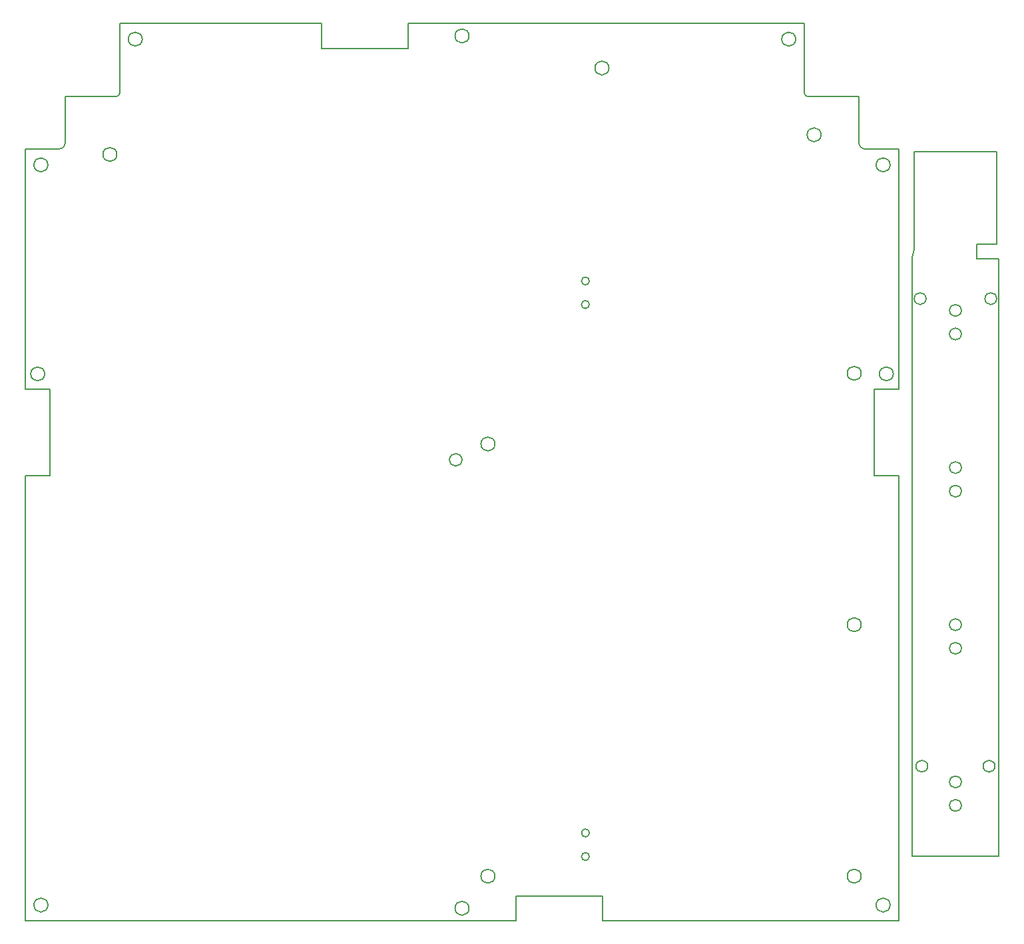
<source format=gbr>
G04 #@! TF.GenerationSoftware,KiCad,Pcbnew,(5.1.2)-2*
G04 #@! TF.CreationDate,2019-07-18T11:18:45-04:00*
G04 #@! TF.ProjectId,Burt,42757274-2e6b-4696-9361-645f70636258,rev?*
G04 #@! TF.SameCoordinates,Original*
G04 #@! TF.FileFunction,Profile,NP*
%FSLAX46Y46*%
G04 Gerber Fmt 4.6, Leading zero omitted, Abs format (unit mm)*
G04 Created by KiCad (PCBNEW (5.1.2)-2) date 2019-07-18 11:18:45*
%MOMM*%
%LPD*%
G04 APERTURE LIST*
%ADD10C,0.200000*%
G04 APERTURE END LIST*
D10*
X65449999Y35138726D02*
X68249999Y35138726D01*
X68249999Y-40925000D02*
X68249999Y35138726D01*
X57250000Y-40925000D02*
X68249999Y-40925000D01*
X57250001Y35338726D02*
X57250000Y-40925000D01*
X57526816Y36371815D02*
X57250001Y35338726D01*
X57526816Y36371815D02*
X57526816Y48798184D01*
X57526816Y48798184D02*
X67973184Y48798184D01*
X67973184Y48798184D02*
X67973184Y37038726D01*
X67973184Y37038726D02*
X65449999Y37038726D01*
X65449999Y37038726D02*
X65449999Y35138726D01*
X63500000Y-34425000D02*
G75*
G03X63500000Y-34425000I-750000J0D01*
G01*
X63500000Y-14425000D02*
G75*
G03X63500000Y-14425000I-750000J0D01*
G01*
X63500000Y5574999D02*
G75*
G03X63500000Y5574999I-750000J0D01*
G01*
X63500000Y25575000D02*
G75*
G03X63500000Y25575000I-750000J0D01*
G01*
X63500001Y-31424999D02*
G75*
G03X63500001Y-31424999I-750000J0D01*
G01*
X63500000Y-11425000D02*
G75*
G03X63500000Y-11425000I-750000J0D01*
G01*
X63500000Y8574999D02*
G75*
G03X63500000Y8574999I-750000J0D01*
G01*
X63500000Y28575000D02*
G75*
G03X63500000Y28575000I-750000J0D01*
G01*
X59227074Y-29425000D02*
G75*
G03X59227074Y-29425000I-750000J0D01*
G01*
X59008180Y30074999D02*
G75*
G03X59008180Y30074999I-750000J0D01*
G01*
X67991820Y30074999D02*
G75*
G03X67991820Y30074999I-750000J0D01*
G01*
X67772926Y-29425000D02*
G75*
G03X67772926Y-29425000I-750000J0D01*
G01*
X16193750Y-40925000D02*
G75*
G03X16193750Y-40925000I-500000J0D01*
G01*
X16193750Y-37924999D02*
G75*
G03X16193750Y-37924999I-500000J0D01*
G01*
X16193750Y29325000D02*
G75*
G03X16193750Y29325000I-500000J0D01*
G01*
X16193750Y32325000D02*
G75*
G03X16193750Y32325000I-500000J0D01*
G01*
X50764000Y20575000D02*
G75*
G03X50764000Y20575000I-889000J0D01*
G01*
X54851500Y20500000D02*
G75*
G03X54851500Y20500000I-889000J0D01*
G01*
X4182750Y11575000D02*
G75*
G03X4182750Y11575000I-889000J0D01*
G01*
X0Y9564731D02*
G75*
G03X0Y9564731I-793749J0D01*
G01*
X4182750Y-43425000D02*
G75*
G03X4182750Y-43425000I-889000J0D01*
G01*
X-53073499Y20500000D02*
G75*
G03X-53073499Y20500000I-889001J0D01*
G01*
X-52660999Y47100000D02*
G75*
G03X-52660999Y47100000I-889001J0D01*
G01*
X-43886000Y48425000D02*
G75*
G03X-43886000Y48425000I-889000J0D01*
G01*
X54439000Y47100000D02*
G75*
G03X54439000Y47100000I-889000J0D01*
G01*
X45664000Y50925000D02*
G75*
G03X45664000Y50925000I-889000J0D01*
G01*
X42439000Y63100000D02*
G75*
G03X42439000Y63100000I-889000J0D01*
G01*
X18682750Y59425000D02*
G75*
G03X18682750Y59425000I-889000J0D01*
G01*
X889000Y63512500D02*
G75*
G03X889000Y63512500I-889000J0D01*
G01*
X-40660999Y63100000D02*
G75*
G03X-40660999Y63100000I-889001J0D01*
G01*
X50764000Y-11425000D02*
G75*
G03X50764000Y-11425000I-889000J0D01*
G01*
X50764000Y-43425000D02*
G75*
G03X50764000Y-43425000I-889000J0D01*
G01*
X54439000Y-47100000D02*
G75*
G03X54439000Y-47100000I-889000J0D01*
G01*
X888999Y-47512500D02*
G75*
G03X888999Y-47512500I-888999J0D01*
G01*
X-52660999Y-47100000D02*
G75*
G03X-52660999Y-47100000I-889001J0D01*
G01*
X-17881250Y65100000D02*
X-17881250Y61925000D01*
X-17881250Y65100000D02*
X-43550000Y65100000D01*
X-43550000Y56203125D02*
X-43550000Y65100000D01*
X-43550001Y56203124D02*
G75*
G02X-43946875Y55806250I-396874J0D01*
G01*
X-50450000Y55806250D02*
X-43946875Y55806250D01*
X-50450000Y49893750D02*
X-50450000Y55806250D01*
X-50450000Y49893749D02*
G75*
G02X-51243750Y49099999I-793750J0D01*
G01*
X-55550000Y49100000D02*
X-51243750Y49100000D01*
X-55550000Y49100000D02*
X-55550000Y18575000D01*
X-52375000Y18575000D02*
X-55550000Y18575000D01*
X-52375000Y18575000D02*
X-52375000Y7575000D01*
X-52375000Y7575000D02*
X-55550000Y7575000D01*
X-55550000Y7575000D02*
X-55550000Y-49099999D01*
X-55550000Y-49099999D02*
X6881250Y-49100000D01*
X6881250Y-49100000D02*
X6881250Y-45924999D01*
X6881250Y-45924999D02*
X17881250Y-45924999D01*
X17881250Y-49100000D02*
X17881250Y-45924999D01*
X17881250Y-49100000D02*
X55550000Y-49099999D01*
X55550000Y-49099999D02*
X55550000Y7575000D01*
X55550000Y7575000D02*
X52375000Y7575000D01*
X52375000Y18575000D02*
X52375000Y7575000D01*
X55550000Y18575000D02*
X52375000Y18575000D01*
X55550000Y18575000D02*
X55550000Y49099999D01*
X51243750Y49099999D02*
X55550000Y49099999D01*
X51243750Y49100000D02*
G75*
G02X50450000Y49893750I0J793750D01*
G01*
X50450000Y49893750D02*
X50450000Y55806250D01*
X43946875Y55806250D02*
X50450000Y55806250D01*
X43946875Y55806250D02*
G75*
G02X43550000Y56203125I0J396875D01*
G01*
X43550000Y56203125D02*
X43550000Y65100000D01*
X43550000Y65100000D02*
X-6881250Y65100000D01*
X-6881250Y65100000D02*
X-6881250Y61925000D01*
X-17881250Y61925000D02*
X-6881250Y61925000D01*
M02*

</source>
